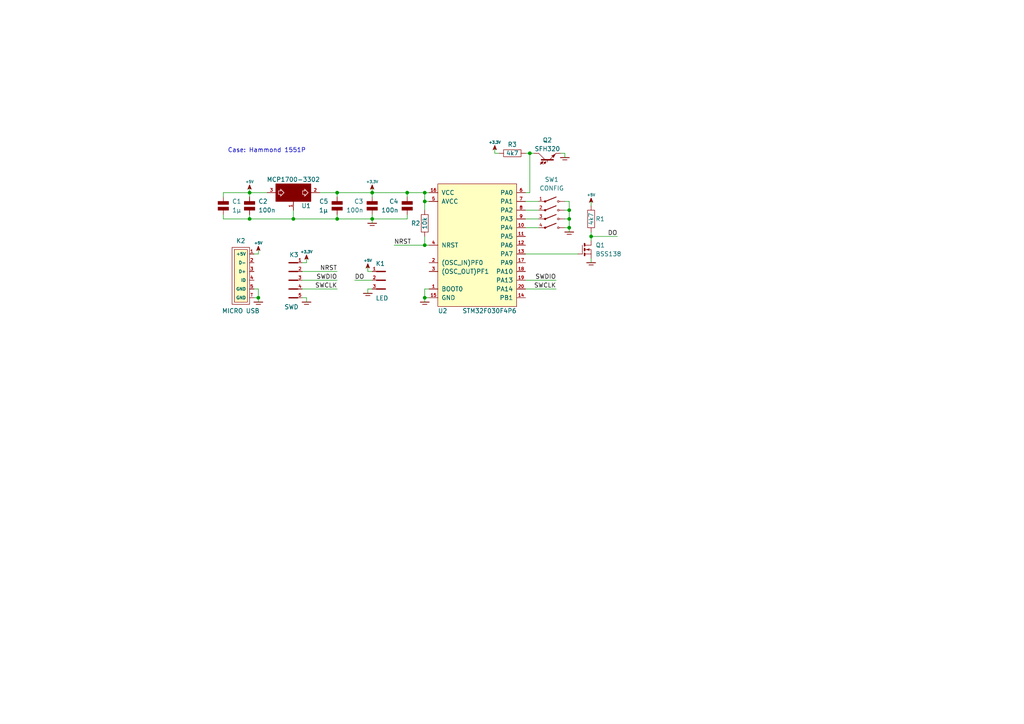
<source format=kicad_sch>
(kicad_sch (version 20230121) (generator eeschema)
  (paper "A4")
  (lib_symbols
    (symbol "arachnouphobia-rescue:+3,3V-power1" (power) (pin_numbers hide) (pin_names (offset 0))
      (property "Value" "+3,3V-power1" (at 0 1.905 0))
      (symbol "+3,3V-power1_0_1"
        (polyline (pts (xy -0.508 -0.254) (xy 0 0) (xy 0.508 -0.254) (xy 0 1.016) (xy -0.508 -0.254)) (fill (type outline)))
      )
      (symbol "+3,3V-power1_1_1"
        (pin power_in line (at 0 0 90) (length 0) hide (name "+3,3V") (number "1"))
      )
    )
    (symbol "arachnouphobia-rescue:+5V-power1" (power) (pin_numbers hide) (pin_names (offset 0))
      (property "Value" "+5V-power1" (at 0 1.905 0))
      (symbol "+5V-power1_0_1"
        (polyline (pts (xy -0.508 -0.254) (xy 0 0) (xy 0.508 -0.254) (xy 0 1.016) (xy -0.508 -0.254)) (fill (type outline)))
      )
      (symbol "+5V-power1_1_1"
        (pin power_in line (at 0 0 90) (length 0) hide (name "+5V") (number "1"))
      )
    )
    (symbol "arachnouphobia-rescue:BSS138-transistor" (pin_numbers hide) (pin_names (offset 0) hide)
      (property "Reference" "Q" (at 2.54 1.27 0))
      (property "Value" "transistor_BSS138" (at 2.54 -1.27 0))
      (symbol "BSS138-transistor_0_0"
        (rectangle (start -0.7112 -1.016) (end -0.5334 -1.778) (stroke (width 0.254)) (fill (type background)))
        (rectangle (start -0.7112 0.381) (end -0.5334 -0.381) (stroke (width 0.254)) (fill (type background)))
        (rectangle (start -0.7112 1.778) (end -0.5334 1.016) (stroke (width 0.254)) (fill (type background)))
        (polyline (pts (xy 0 0) (xy 0.762 0.254) (xy 0.508 0) (xy 0.762 -0.254) (xy 0 0)) (fill (type outline)))
      )
      (symbol "BSS138-transistor_0_1"
        (polyline (pts (xy -1.27 -1.27) (xy -1.27 1.27)))
        (polyline (pts (xy 1.27 -1.27) (xy -0.508 -1.27)))
        (polyline (pts (xy 1.27 1.27) (xy -0.508 1.27)))
        (polyline (pts (xy 1.27 -1.27) (xy 1.27 0) (xy -0.635 0)))
      )
      (symbol "BSS138-transistor_1_1"
        (pin passive line (at -2.54 -1.27 0) (length 1.27) (name "G") (number "1"))
        (pin passive line (at 1.27 -2.54 90) (length 1.27) (name "S") (number "2"))
        (pin passive line (at 1.27 2.54 270) (length 1.27) (name "D") (number "3"))
      )
    )
    (symbol "arachnouphobia-rescue:C-rcl" (pin_numbers hide) (pin_names (offset 0.254))
      (property "Reference" "C" (at 2.54 1.27 0))
      (property "Value" "rcl_C" (at 2.54 -1.27 0))
      (symbol "C-rcl_0_1"
        (rectangle (start -1.524 -0.381) (end 1.524 -1.27) (fill (type outline)))
        (rectangle (start -1.524 1.27) (end 1.524 0.381) (fill (type outline)))
      )
      (symbol "C-rcl_1_1"
        (pin passive line (at 0 2.54 270) (length 1.27) (name "~") (number "1"))
        (pin passive line (at 0 -2.54 90) (length 1.27) (name "~") (number "2"))
      )
    )
    (symbol "arachnouphobia-rescue:GND-power1" (power) (pin_names (offset 0))
      (symbol "GND-power1_0_1"
        (polyline (pts (xy -1.27 0) (xy 1.27 0)) (stroke (width 0.254)))
        (polyline (pts (xy -0.635 -0.635) (xy 0.635 -0.635)) (stroke (width 0.2032)))
      )
      (symbol "GND-power1_1_1"
        (pin power_in line (at 0 0 90) (length 0) hide (name "GND") (number "1"))
      )
    )
    (symbol "arachnouphobia-rescue:M1_3-conn" (pin_names (offset 1.016))
      (property "Reference" "K" (at -0.254 4.826 0))
      (property "Value" "conn_M1_3" (at -0.254 -5.207 0))
      (symbol "M1_3-conn_0_1"
        (polyline (pts (xy 0 -2.54) (xy 2.54 -2.54)) (stroke (width 0.381)))
        (polyline (pts (xy 0 0) (xy 2.54 0)) (stroke (width 0.381)))
        (polyline (pts (xy 0 2.54) (xy 2.54 2.54)) (stroke (width 0.381)))
      )
      (symbol "M1_3-conn_1_1"
        (pin passive line (at -1.27 2.54 0) (length 1.27) (name "~") (number "1"))
        (pin passive line (at -1.27 0 0) (length 1.27) (name "~") (number "2"))
        (pin passive line (at -1.27 -2.54 0) (length 1.27) (name "~") (number "3"))
      )
    )
    (symbol "arachnouphobia-rescue:M1_5-conn" (pin_names (offset 1.016))
      (property "Reference" "K" (at -0.254 7.366 0))
      (property "Value" "conn_M1_5" (at -0.254 -7.747 0))
      (symbol "M1_5-conn_0_1"
        (polyline (pts (xy 0 -5.08) (xy 2.54 -5.08)) (stroke (width 0.381)))
        (polyline (pts (xy 0 -2.54) (xy 2.54 -2.54)) (stroke (width 0.381)))
        (polyline (pts (xy 0 0) (xy 2.54 0)) (stroke (width 0.381)))
        (polyline (pts (xy 0 2.54) (xy 2.54 2.54)) (stroke (width 0.381)))
        (polyline (pts (xy 0 5.08) (xy 2.54 5.08)) (stroke (width 0.381)))
      )
      (symbol "M1_5-conn_1_1"
        (pin passive line (at -1.27 5.08 0) (length 1.27) (name "~") (number "1"))
        (pin passive line (at -1.27 2.54 0) (length 1.27) (name "~") (number "2"))
        (pin passive line (at -1.27 0 0) (length 1.27) (name "~") (number "3"))
        (pin passive line (at -1.27 -2.54 0) (length 1.27) (name "~") (number "4"))
        (pin passive line (at -1.27 -5.08 0) (length 1.27) (name "~") (number "5"))
      )
    )
    (symbol "arachnouphobia-rescue:MCP1700-3302-regu" (pin_names (offset 1.016))
      (property "Reference" "U" (at 5.08 -3.81 0))
      (property "Value" "regu_MCP1700-3302" (at 0 3.81 0))
      (symbol "MCP1700-3302-regu_0_1"
        (rectangle (start -5.08 2.54) (end 5.08 -2.54))
        (polyline (pts (xy -4.191 0.381) (xy -4.191 -0.381) (xy -3.556 -0.381) (xy -3.556 -0.635) (xy -2.921 0) (xy -3.556 0.635) (xy -3.556 0.381) (xy -3.683 0.381) (xy -4.191 0.381)) (stroke (width 0.0254)) (fill (type outline)))
        (polyline (pts (xy 2.794 0.381) (xy 2.794 -0.381) (xy 3.429 -0.381) (xy 3.429 -0.635) (xy 4.064 0) (xy 3.429 0.635) (xy 3.429 0.381) (xy 3.302 0.381) (xy 2.794 0.381)) (stroke (width 0.0254)) (fill (type outline)))
        (polyline (pts (xy -4.445 0.635) (xy -3.81 0.635) (xy -3.81 1.27) (xy -2.54 0) (xy -3.81 -1.27) (xy -3.81 -0.635) (xy -4.445 -0.635) (xy -4.445 0) (xy -5.08 0) (xy -5.08 -2.54) (xy 5.08 -2.54) (xy 5.08 0) (xy 4.445 0) (xy 3.175 -1.27) (xy 3.175 -0.635) (xy 2.54 -0.635) (xy 2.54 0.635) (xy 3.175 0.635) (xy 3.175 1.27) (xy 4.445 0) (xy 5.08 0) (xy 5.08 2.54) (xy -5.08 2.54) (xy -5.08 0) (xy -4.445 0) (xy -4.445 0.635)) (stroke (width 0.0254)) (fill (type outline)))
      )
      (symbol "MCP1700-3302-regu_1_1"
        (pin input line (at 0 -5.08 90) (length 2.54) (name "GND") (number "1"))
        (pin input line (at 7.62 0 180) (length 2.54) (name "VO") (number "2"))
        (pin input line (at -7.62 0 0) (length 2.54) (name "VI") (number "3"))
      )
    )
    (symbol "arachnouphobia-rescue:R-rcl" (pin_numbers hide) (pin_names (offset 0))
      (property "Reference" "R" (at 1.27 0 0))
      (property "Value" "rcl_R" (at 0 0 90))
      (symbol "R-rcl_0_1"
        (rectangle (start -1.016 2.54) (end 1.016 -2.54))
      )
      (symbol "R-rcl_1_1"
        (pin passive line (at 0 3.81 270) (length 1.27) (name "~") (number "1"))
        (pin passive line (at 0 -3.81 90) (length 1.27) (name "~") (number "2"))
      )
    )
    (symbol "arachnouphobia-rescue:SFH320-sensor" (pin_numbers hide) (pin_names (offset 0) hide)
      (property "Reference" "Q" (at 0 1.27 0))
      (property "Value" "sensor_SFH320" (at 0 -1.016 0))
      (symbol "SFH320-sensor_0_0"
        (rectangle (start -2.032 1.778) (end -1.778 -1.778) (fill (type outline)))
        (polyline (pts (xy -0.762 -1.27) (xy -0.889 -1.651) (xy -1.27 -1.778) (xy -0.254 -2.286) (xy -0.762 -1.27)) (fill (type outline)))
      )
      (symbol "SFH320-sensor_0_1"
        (polyline (pts (xy -2.921 0.889) (xy -3.175 1.143)))
        (polyline (pts (xy -2.921 1.778) (xy -3.175 2.032)))
        (polyline (pts (xy -2.921 1.778) (xy -3.175 2.032)))
        (polyline (pts (xy -2.921 1.778) (xy -3.175 2.032)))
        (polyline (pts (xy -2.921 1.778) (xy -3.175 2.032)))
        (polyline (pts (xy -2.032 0) (xy -2.54 0)))
        (polyline (pts (xy 0 2.54) (xy -1.905 0.635)))
        (polyline (pts (xy 0 -2.54) (xy -1.27 -1.27) (xy -1.905 -0.635)))
        (polyline (pts (xy -3.048 0.635) (xy -2.667 1.016) (xy -2.413 0.381) (xy -3.048 0.635)) (fill (type outline)))
        (polyline (pts (xy -3.048 1.524) (xy -2.667 1.905) (xy -2.413 1.27) (xy -3.048 1.524)) (fill (type outline)))
        (polyline (pts (xy -3.048 1.524) (xy -2.667 1.905) (xy -2.413 1.27) (xy -3.048 1.524)) (fill (type outline)))
        (polyline (pts (xy -3.048 1.524) (xy -2.667 1.905) (xy -2.413 1.27) (xy -3.048 1.524)) (fill (type outline)))
        (polyline (pts (xy -3.048 1.524) (xy -2.667 1.905) (xy -2.413 1.27) (xy -3.048 1.524)) (fill (type outline)))
      )
      (symbol "SFH320-sensor_1_1"
        (pin passive line (at 0 -3.81 90) (length 1.27) (name "E") (number "1"))
        (pin passive line (at 0 3.81 270) (length 1.27) (name "C") (number "2"))
      )
    )
    (symbol "arachnouphobia-rescue:STM32F030F4P6-stm" (pin_names (offset 1.016))
      (property "Reference" "U" (at -11.43 -19.05 0))
      (property "Value" "stm_STM32F030F4P6" (at 11.43 -19.05 0))
      (symbol "STM32F030F4P6-stm_0_1"
        (rectangle (start 11.43 17.78) (end -11.43 -17.78) (fill (type background)))
      )
      (symbol "STM32F030F4P6-stm_1_1"
        (pin input line (at -13.97 -12.7 0) (length 2.54) (name "BOOT0") (number "1"))
        (pin bidirectional line (at 13.97 5.08 180) (length 2.54) (name "PA4") (number "10"))
        (pin bidirectional line (at 13.97 2.54 180) (length 2.54) (name "PA5") (number "11"))
        (pin bidirectional line (at 13.97 0 180) (length 2.54) (name "PA6") (number "12"))
        (pin bidirectional line (at 13.97 -2.54 180) (length 2.54) (name "PA7") (number "13"))
        (pin bidirectional line (at 13.97 -15.24 180) (length 2.54) (name "PB1") (number "14"))
        (pin power_in line (at -13.97 -15.24 0) (length 2.54) (name "GND") (number "15"))
        (pin power_in line (at -13.97 15.24 0) (length 2.54) (name "VCC") (number "16"))
        (pin bidirectional line (at 13.97 -5.08 180) (length 2.54) (name "PA9") (number "17"))
        (pin bidirectional line (at 13.97 -7.62 180) (length 2.54) (name "PA10") (number "18"))
        (pin bidirectional line (at 13.97 -10.16 180) (length 2.54) (name "PA13") (number "19"))
        (pin bidirectional line (at -13.97 -5.08 0) (length 2.54) (name "(OSC_IN)PF0") (number "2"))
        (pin bidirectional line (at 13.97 -12.7 180) (length 2.54) (name "PA14") (number "20"))
        (pin bidirectional line (at -13.97 -7.62 0) (length 2.54) (name "(OSC_OUT)PF1") (number "3"))
        (pin input line (at -13.97 0 0) (length 2.54) (name "NRST") (number "4"))
        (pin power_in line (at -13.97 12.7 0) (length 2.54) (name "AVCC") (number "5"))
        (pin bidirectional line (at 13.97 15.24 180) (length 2.54) (name "PA0") (number "6"))
        (pin bidirectional line (at 13.97 12.7 180) (length 2.54) (name "PA1") (number "7"))
        (pin bidirectional line (at 13.97 10.16 180) (length 2.54) (name "PA2") (number "8"))
        (pin bidirectional line (at 13.97 7.62 180) (length 2.54) (name "PA3") (number "9"))
      )
    )
    (symbol "arachnouphobia-rescue:SW_DIP4_C-arachnorepel-rescue" (pin_names (offset 1.016) hide)
      (property "Reference" "SW" (at 5.08 1.27 0))
      (property "Value" "SW_DIP4_C-arachnorepel-rescue" (at 5.08 -1.27 0))
      (symbol "SW_DIP4_C-arachnorepel-rescue_1_1"
        (circle (center -3.81 -1.905) (radius 0.254) (fill (type outline)))
        (circle (center -3.81 1.905) (radius 0.254))
        (circle (center -1.27 -1.905) (radius 0.254) (fill (type outline)))
        (circle (center -1.27 1.905) (radius 0.254))
        (polyline (pts (xy -3.81 -1.905) (xy -5.08 1.27)) (stroke (width 0.254)))
        (polyline (pts (xy -3.81 -1.905) (xy -3.81 -2.54)))
        (polyline (pts (xy -3.81 2.54) (xy -3.81 2.159)))
        (polyline (pts (xy -1.27 -1.905) (xy -2.54 1.27)) (stroke (width 0.254)))
        (polyline (pts (xy -1.27 -1.905) (xy -1.27 -2.54)))
        (polyline (pts (xy -1.27 2.54) (xy -1.27 2.159)))
        (polyline (pts (xy 1.27 -1.905) (xy 0 1.27)) (stroke (width 0.254)))
        (polyline (pts (xy 1.27 -1.905) (xy 1.27 -2.54)))
        (polyline (pts (xy 1.27 2.54) (xy 1.27 2.159)))
        (polyline (pts (xy 3.81 -1.905) (xy 2.54 1.27)) (stroke (width 0.254)))
        (polyline (pts (xy 3.81 -1.905) (xy 3.81 -2.54)))
        (polyline (pts (xy 3.81 2.54) (xy 3.81 2.159)))
        (circle (center 1.27 -1.905) (radius 0.254) (fill (type outline)))
        (circle (center 1.27 1.905) (radius 0.254))
        (circle (center 3.81 -1.905) (radius 0.254) (fill (type outline)))
        (circle (center 3.81 1.905) (radius 0.254))
        (pin bidirectional line (at -3.81 -3.81 90) (length 1.27) (name "~") (number "1"))
        (pin bidirectional line (at -1.27 -3.81 90) (length 1.27) (name "~") (number "2"))
        (pin bidirectional line (at 1.27 -3.81 90) (length 1.27) (name "~") (number "3"))
        (pin bidirectional line (at 3.81 -3.81 90) (length 1.27) (name "~") (number "4"))
        (pin bidirectional line (at 3.81 3.81 270) (length 1.27) (name "~") (number "5"))
        (pin bidirectional line (at 1.27 3.81 270) (length 1.27) (name "~") (number "6"))
        (pin bidirectional line (at -1.27 3.81 270) (length 1.27) (name "~") (number "7"))
        (pin bidirectional line (at -3.81 3.81 270) (length 1.27) (name "~") (number "8"))
      )
    )
    (symbol "arachnouphobia-rescue:USB_MINI_T-conn" (pin_names (offset 1.016))
      (property "Reference" "K" (at 0 10.16 0))
      (property "Value" "conn_USB_MINI_T" (at 0 -10.16 0))
      (symbol "USB_MINI_T-conn_0_1"
        (rectangle (start -2.54 8.255) (end 2.54 -8.255))
        (rectangle (start -1.905 7.62) (end 1.905 -7.62) (fill (type background)))
      )
      (symbol "USB_MINI_T-conn_1_1"
        (pin passive line (at 3.81 6.35 180) (length 1.27) (name "+5V") (number "1"))
        (pin passive line (at 3.81 3.81 180) (length 1.27) (name "D-") (number "2"))
        (pin passive line (at 3.81 1.27 180) (length 1.27) (name "D+") (number "3"))
        (pin passive line (at 3.81 -1.27 180) (length 1.27) (name "ID") (number "4"))
        (pin passive line (at 3.81 -3.81 180) (length 1.27) (name "GND") (number "5"))
        (pin passive line (at 3.81 -6.35 180) (length 1.27) (name "GND") (number "T"))
      )
    )
  )
  (junction (at 165.1 63.5))
  (junction (at 74.93 86.36))
  (junction (at 123.19 55.88))
  (junction (at 97.79 55.88))
  (junction (at 107.95 55.88))
  (junction (at 171.45 68.58))
  (junction (at 165.1 66.04))
  (junction (at 72.39 63.5))
  (junction (at 123.19 58.42))
  (junction (at 97.79 63.5))
  (junction (at 153.67 44.45))
  (junction (at 118.11 55.88))
  (junction (at 107.95 63.5))
  (junction (at 72.39 55.88))
  (junction (at 165.1 60.96))
  (junction (at 123.19 86.36))
  (junction (at 85.09 63.5))
  (junction (at 123.19 71.12))
  (wire (pts (xy 152.4 63.5) (xy 156.21 63.5)))
  (wire (pts (xy 153.67 44.45) (xy 153.67 55.88)))
  (wire (pts (xy 74.93 83.82) (xy 74.93 86.36)))
  (wire (pts (xy 97.79 57.15) (xy 97.79 55.88)))
  (wire (pts (xy 171.45 76.2) (xy 171.45 74.93)))
  (wire (pts (xy 123.19 71.12) (xy 123.19 68.58)))
  (wire (pts (xy 88.9 76.2) (xy 87.63 76.2)))
  (wire (pts (xy 107.95 63.5) (xy 118.11 63.5)))
  (wire (pts (xy 163.83 60.96) (xy 165.1 60.96)))
  (wire (pts (xy 123.19 86.36) (xy 123.19 87.63)))
  (wire (pts (xy 97.79 83.82) (xy 87.63 83.82)))
  (wire (pts (xy 165.1 60.96) (xy 165.1 58.42)))
  (wire (pts (xy 97.79 63.5) (xy 107.95 63.5)))
  (wire (pts (xy 107.95 55.88) (xy 107.95 57.15)))
  (wire (pts (xy 72.39 55.88) (xy 77.47 55.88)))
  (wire (pts (xy 107.95 63.5) (xy 107.95 64.77)))
  (wire (pts (xy 123.19 55.88) (xy 124.46 55.88)))
  (wire (pts (xy 73.66 86.36) (xy 74.93 86.36)))
  (wire (pts (xy 163.83 44.45) (xy 162.56 44.45)))
  (wire (pts (xy 74.93 72.39) (xy 74.93 73.66)))
  (wire (pts (xy 152.4 44.45) (xy 153.67 44.45)))
  (wire (pts (xy 107.95 62.23) (xy 107.95 63.5)))
  (wire (pts (xy 163.83 45.72) (xy 163.83 44.45)))
  (wire (pts (xy 167.64 73.66) (xy 152.4 73.66)))
  (wire (pts (xy 118.11 57.15) (xy 118.11 55.88)))
  (wire (pts (xy 171.45 67.31) (xy 171.45 68.58)))
  (wire (pts (xy 72.39 62.23) (xy 72.39 63.5)))
  (wire (pts (xy 102.87 81.28) (xy 107.95 81.28)))
  (wire (pts (xy 97.79 62.23) (xy 97.79 63.5)))
  (wire (pts (xy 114.3 71.12) (xy 123.19 71.12)))
  (wire (pts (xy 88.9 87.63) (xy 88.9 86.36)))
  (wire (pts (xy 124.46 58.42) (xy 123.19 58.42)))
  (wire (pts (xy 156.21 66.04) (xy 152.4 66.04)))
  (wire (pts (xy 64.77 55.88) (xy 72.39 55.88)))
  (wire (pts (xy 88.9 86.36) (xy 87.63 86.36)))
  (wire (pts (xy 106.68 78.74) (xy 107.95 78.74)))
  (wire (pts (xy 118.11 55.88) (xy 123.19 55.88)))
  (wire (pts (xy 143.51 44.45) (xy 144.78 44.45)))
  (wire (pts (xy 74.93 73.66) (xy 73.66 73.66)))
  (wire (pts (xy 88.9 76.2) (xy 88.9 74.93)))
  (wire (pts (xy 165.1 63.5) (xy 165.1 60.96)))
  (wire (pts (xy 143.51 43.18) (xy 143.51 44.45)))
  (wire (pts (xy 153.67 44.45) (xy 154.94 44.45)))
  (wire (pts (xy 123.19 55.88) (xy 123.19 58.42)))
  (wire (pts (xy 123.19 83.82) (xy 124.46 83.82)))
  (wire (pts (xy 106.68 77.47) (xy 106.68 78.74)))
  (wire (pts (xy 165.1 58.42) (xy 163.83 58.42)))
  (wire (pts (xy 64.77 63.5) (xy 72.39 63.5)))
  (wire (pts (xy 156.21 60.96) (xy 152.4 60.96)))
  (wire (pts (xy 152.4 58.42) (xy 156.21 58.42)))
  (wire (pts (xy 171.45 58.42) (xy 171.45 59.69)))
  (wire (pts (xy 153.67 55.88) (xy 152.4 55.88)))
  (wire (pts (xy 123.19 71.12) (xy 124.46 71.12)))
  (wire (pts (xy 163.83 63.5) (xy 165.1 63.5)))
  (wire (pts (xy 72.39 55.88) (xy 72.39 57.15)))
  (wire (pts (xy 106.68 85.09) (xy 106.68 83.82)))
  (wire (pts (xy 107.95 55.88) (xy 118.11 55.88)))
  (wire (pts (xy 123.19 58.42) (xy 123.19 60.96)))
  (wire (pts (xy 85.09 63.5) (xy 97.79 63.5)))
  (wire (pts (xy 87.63 81.28) (xy 97.79 81.28)))
  (wire (pts (xy 161.29 83.82) (xy 152.4 83.82)))
  (wire (pts (xy 74.93 83.82) (xy 73.66 83.82)))
  (wire (pts (xy 152.4 81.28) (xy 161.29 81.28)))
  (wire (pts (xy 74.93 86.36) (xy 74.93 87.63)))
  (wire (pts (xy 72.39 63.5) (xy 85.09 63.5)))
  (wire (pts (xy 72.39 54.61) (xy 72.39 55.88)))
  (wire (pts (xy 123.19 83.82) (xy 123.19 86.36)))
  (wire (pts (xy 85.09 60.96) (xy 85.09 63.5)))
  (wire (pts (xy 92.71 55.88) (xy 97.79 55.88)))
  (wire (pts (xy 87.63 78.74) (xy 97.79 78.74)))
  (wire (pts (xy 165.1 66.04) (xy 165.1 63.5)))
  (wire (pts (xy 165.1 67.31) (xy 165.1 66.04)))
  (wire (pts (xy 64.77 55.88) (xy 64.77 57.15)))
  (wire (pts (xy 106.68 83.82) (xy 107.95 83.82)))
  (wire (pts (xy 107.95 54.61) (xy 107.95 55.88)))
  (wire (pts (xy 171.45 68.58) (xy 171.45 69.85)))
  (wire (pts (xy 97.79 55.88) (xy 107.95 55.88)))
  (wire (pts (xy 179.07 68.58) (xy 171.45 68.58)))
  (wire (pts (xy 124.46 86.36) (xy 123.19 86.36)))
  (wire (pts (xy 118.11 63.5) (xy 118.11 62.23)))
  (wire (pts (xy 163.83 66.04) (xy 165.1 66.04)))
  (wire (pts (xy 64.77 62.23) (xy 64.77 63.5)))
  (text "Case: Hammond 1551P" (at 66.04 44.45 0) (effects (font (size 1.27 1.27)) (justify left bottom)))
  (label "SWCLK" (at 97.79 83.82 180))
  (label "SWCLK" (at 161.29 83.82 180))
  (label "NRST" (at 97.79 78.74 180))
  (label "SWDIO" (at 161.29 81.28 180))
  (label "SWDIO" (at 97.79 81.28 180))
  (label "NRST" (at 114.3 71.12 0))
  (label "DO" (at 179.07 68.58 180))
  (label "DO" (at 102.87 81.28 0))
  (symbol (lib_id "arachnouphobia-rescue:STM32F030F4P6-stm") (at 138.43 71.12 0) (unit 1)
    (property "Reference" "U2" (at 127 90.17 0) (effects (justify left)))
    (property "Value" "STM32F030F4P6" (at 149.86 90.17 0) (effects (justify right)))
    (property "Footprint" "tssop:TSSOP20" (effects hide))
  )
  (symbol (lib_id "arachnouphobia-rescue:BSS138-transistor") (at 170.18 72.39 0) (unit 1)
    (property "Reference" "Q1" (at 172.72 71.12 0) (effects (justify left)))
    (property "Value" "BSS138" (at 172.72 73.66 0) (effects (justify left)))
    (property "Footprint" "sot:SOT23" (effects hide))
  )
  (symbol (lib_id "arachnouphobia-rescue:R-rcl") (at 171.45 63.5 0) (unit 1)
    (property "Reference" "R1" (at 172.72 63.5 0) (effects (justify left)))
    (property "Value" "4k7" (at 171.45 63.5 90))
    (property "Footprint" "rcl:0603_B" (effects hide))
  )
  (symbol (lib_id "arachnouphobia-rescue:GND-power1") (at 171.45 76.2 0) (unit 1)
    (property "Reference" "#PWR01" (effects hide))
    (property "Value" "GND" (effects hide))
  )
  (symbol (lib_id "arachnouphobia-rescue:+5V-power1") (at 171.45 58.42 0) (unit 1)
    (property "Reference" "#PWR02" (effects hide))
    (property "Value" "+5V" (at 171.45 56.515 0) (effects (font (size 0.762 0.762))))
  )
  (symbol (lib_id "arachnouphobia-rescue:R-rcl") (at 123.19 64.77 0) (unit 1)
    (property "Reference" "R2" (at 121.92 64.77 0) (effects (justify right)))
    (property "Value" "10k" (at 123.19 64.77 90))
    (property "Footprint" "rcl:0603_B" (effects hide))
  )
  (symbol (lib_id "arachnouphobia-rescue:C-rcl") (at 118.11 59.69 0) (mirror y) (unit 1)
    (property "Reference" "C4" (at 115.57 58.42 0) (effects (justify left)))
    (property "Value" "100n" (at 115.57 60.96 0) (effects (justify left)))
    (property "Footprint" "rcl:0603_B" (effects hide))
  )
  (symbol (lib_id "arachnouphobia-rescue:C-rcl") (at 107.95 59.69 0) (mirror y) (unit 1)
    (property "Reference" "C3" (at 105.41 58.42 0) (effects (justify left)))
    (property "Value" "100n" (at 105.41 60.96 0) (effects (justify left)))
    (property "Footprint" "rcl:0603_B" (effects hide))
  )
  (symbol (lib_id "arachnouphobia-rescue:GND-power1") (at 123.19 87.63 0) (unit 1)
    (property "Reference" "#PWR03" (effects hide))
    (property "Value" "GND" (effects hide))
  )
  (symbol (lib_id "arachnouphobia-rescue:GND-power1") (at 107.95 64.77 0) (unit 1)
    (property "Reference" "#PWR04" (effects hide))
    (property "Value" "GND" (effects hide))
  )
  (symbol (lib_id "arachnouphobia-rescue:+3,3V-power1") (at 107.95 54.61 0) (unit 1)
    (property "Reference" "#PWR05" (effects hide))
    (property "Value" "+3,3V" (at 107.95 52.705 0) (effects (font (size 0.762 0.762))))
  )
  (symbol (lib_id "arachnouphobia-rescue:MCP1700-3302-regu") (at 85.09 55.88 0) (unit 1)
    (property "Reference" "U1" (at 90.17 59.69 0) (effects (justify right)))
    (property "Value" "MCP1700-3302" (at 85.09 52.07 0))
    (property "Footprint" "sot:SOT23" (effects hide))
  )
  (symbol (lib_id "arachnouphobia-rescue:C-rcl") (at 72.39 59.69 0) (unit 1)
    (property "Reference" "C2" (at 74.93 58.42 0) (effects (justify left)))
    (property "Value" "100n" (at 74.93 60.96 0) (effects (justify left)))
    (property "Footprint" "rcl:0603_B" (effects hide))
  )
  (symbol (lib_id "arachnouphobia-rescue:+5V-power1") (at 72.39 54.61 0) (unit 1)
    (property "Reference" "#PWR06" (effects hide))
    (property "Value" "+5V" (at 72.39 52.705 0) (effects (font (size 0.762 0.762))))
  )
  (symbol (lib_id "arachnouphobia-rescue:GND-power1") (at 88.9 87.63 0) (unit 1)
    (property "Reference" "#PWR07" (effects hide))
    (property "Value" "GND" (effects hide))
  )
  (symbol (lib_id "arachnouphobia-rescue:+3,3V-power1") (at 88.9 74.93 0) (unit 1)
    (property "Reference" "#PWR08" (effects hide))
    (property "Value" "+3,3V" (at 88.9 73.025 0) (effects (font (size 0.762 0.762))))
  )
  (symbol (lib_id "arachnouphobia-rescue:M1_5-conn") (at 86.36 81.28 0) (mirror y) (unit 1)
    (property "Reference" "K3" (at 86.614 73.914 0) (effects (justify left)))
    (property "Value" "SWD" (at 86.614 89.027 0) (effects (justify left)))
    (property "Footprint" "conn:PINHEAD_1_5" (effects hide))
  )
  (symbol (lib_id "arachnouphobia-rescue:M1_3-conn") (at 109.22 81.28 0) (unit 1)
    (property "Reference" "K1" (at 108.966 76.454 0) (effects (justify left)))
    (property "Value" "LED" (at 108.966 86.487 0) (effects (justify left)))
    (property "Footprint" "conn:PSS254-3W" (effects hide))
  )
  (symbol (lib_id "arachnouphobia-rescue:GND-power1") (at 106.68 85.09 0) (unit 1)
    (property "Reference" "#PWR09" (effects hide))
    (property "Value" "GND" (effects hide))
  )
  (symbol (lib_id "arachnouphobia-rescue:+5V-power1") (at 106.68 77.47 0) (unit 1)
    (property "Reference" "#PWR010" (effects hide))
    (property "Value" "+5V" (at 106.68 75.565 0) (effects (font (size 0.762 0.762))))
  )
  (symbol (lib_id "arachnouphobia-rescue:C-rcl") (at 64.77 59.69 0) (unit 1)
    (property "Reference" "C1" (at 67.31 58.42 0) (effects (justify left)))
    (property "Value" "1µ" (at 67.31 60.96 0) (effects (justify left)))
    (property "Footprint" "rcl:0603_B" (effects hide))
  )
  (symbol (lib_id "arachnouphobia-rescue:USB_MINI_T-conn") (at 69.85 80.01 0) (unit 1)
    (property "Reference" "K2" (at 69.85 69.85 0))
    (property "Value" "MICRO USB" (at 69.85 90.17 0))
    (property "Footprint" "conn:USB_B_MICRO_W_SMT_AMPHENOL_10103593" (effects hide))
  )
  (symbol (lib_id "arachnouphobia-rescue:GND-power1") (at 74.93 87.63 0) (unit 1)
    (property "Reference" "#PWR011" (effects hide))
    (property "Value" "GND" (effects hide))
  )
  (symbol (lib_id "arachnouphobia-rescue:+5V-power1") (at 74.93 72.39 0) (unit 1)
    (property "Reference" "#PWR012" (effects hide))
    (property "Value" "+5V" (at 74.93 70.485 0) (effects (font (size 0.762 0.762))))
  )
  (symbol (lib_id "arachnouphobia-rescue:C-rcl") (at 97.79 59.69 0) (mirror y) (unit 1)
    (property "Reference" "C5" (at 95.25 58.42 0) (effects (justify left)))
    (property "Value" "1µ" (at 95.25 60.96 0) (effects (justify left)))
    (property "Footprint" "rcl:0603_B" (effects hide))
  )
  (symbol (lib_id "arachnouphobia-rescue:SW_DIP4_C-arachnorepel-rescue") (at 160.02 62.23 270) (unit 1)
    (property "Reference" "SW1" (at 160.02 52.07 90))
    (property "Value" "CONFIG" (at 160.02 54.61 90))
    (property "Footprint" "dip:DIP8_300" (effects hide))
  )
  (symbol (lib_id "arachnouphobia-rescue:GND-power1") (at 165.1 67.31 0) (unit 1)
    (property "Reference" "#PWR013" (effects hide))
    (property "Value" "GND" (effects hide))
  )
  (symbol (lib_id "arachnouphobia-rescue:SFH320-sensor") (at 158.75 44.45 90) (unit 1)
    (property "Reference" "Q2" (at 158.75 40.64 90))
    (property "Value" "SFH320" (at 158.75 43.18 90))
    (property "Footprint" "led:LED_5mm_100" (effects hide))
  )
  (symbol (lib_id "arachnouphobia-rescue:R-rcl") (at 148.59 44.45 270) (unit 1)
    (property "Reference" "R3" (at 148.59 41.91 90))
    (property "Value" "4k7" (at 148.59 44.45 90))
    (property "Footprint" "rcl:0603_B" (effects hide))
  )
  (symbol (lib_id "arachnouphobia-rescue:+3,3V-power1") (at 143.51 43.18 0) (unit 1)
    (property "Reference" "#PWR014" (effects hide))
    (property "Value" "+3,3V" (at 143.51 41.275 0) (effects (font (size 0.762 0.762))))
  )
  (symbol (lib_id "arachnouphobia-rescue:GND-power1") (at 163.83 45.72 0) (unit 1)
    (property "Reference" "#PWR015" (effects hide))
    (property "Value" "GND" (effects hide))
  )
)
</source>
